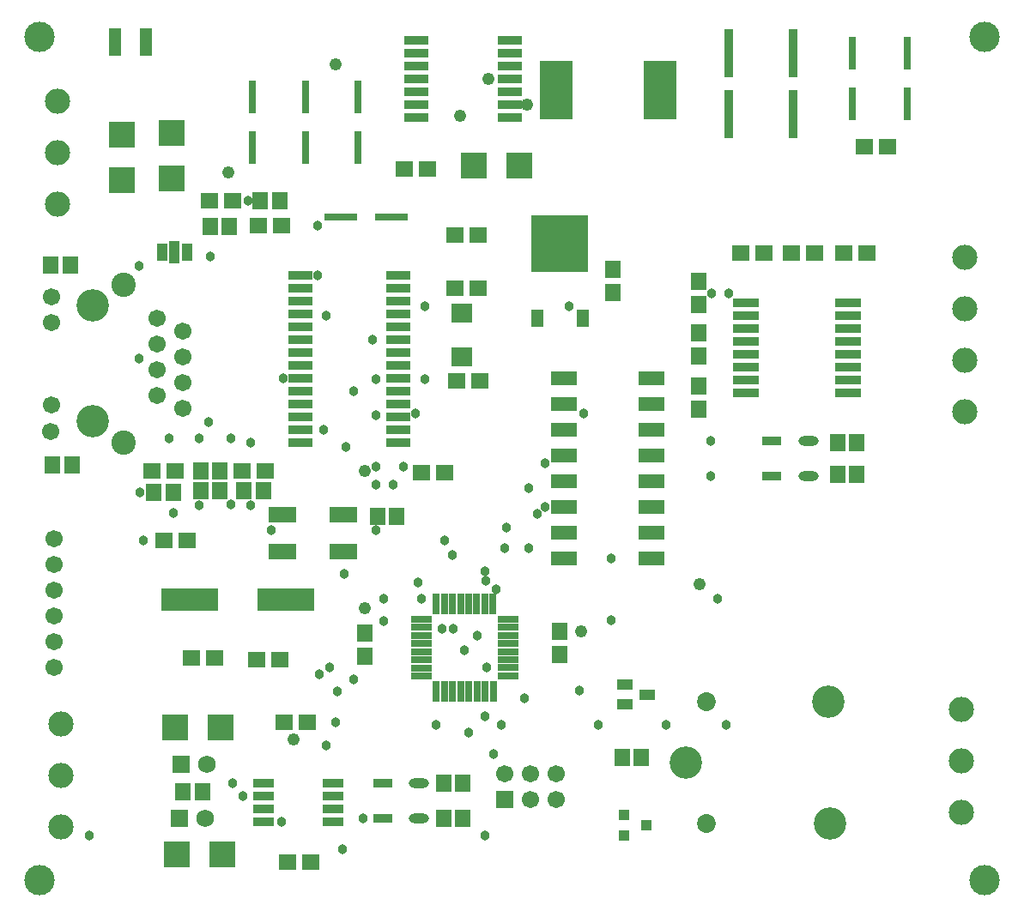
<source format=gbr>
G04 DipTrace 2.1.0.5*
%INTopMask.gbr*%
%MOIN*%
%ADD10C,0.0098*%
%ADD11C,0.0055*%
%ADD12C,0.003*%
%ADD13C,0.0173*%
%ADD14C,0.04*%
%ADD15C,0.017*%
%ADD16C,0.01*%
%ADD17C,0.013*%
%ADD18C,0.0236*%
%ADD19C,0.015*%
%ADD20C,0.08*%
%ADD21R,0.0709X0.0669*%
%ADD22R,0.06X0.056*%
%ADD23R,0.056X0.06*%
%ADD24R,0.02X0.1181*%
%ADD25R,0.0295X0.1772*%
%ADD26R,0.1181X0.02*%
%ADD27R,0.0512X0.0335*%
%ADD28R,0.0906X0.0906*%
%ADD29R,0.07X0.03*%
%ADD30O,0.07X0.03*%
%ADD31C,0.09*%
%ADD32R,0.0394X0.0984*%
%ADD33C,0.0187*%
%ADD34R,0.0709X0.0197*%
%ADD35R,0.0197X0.0709*%
%ADD36R,0.059X0.059*%
%ADD37C,0.059*%
%ADD38R,0.0961X0.0445*%
%ADD39R,0.06X0.06*%
%ADD40C,0.06*%
%ADD41R,0.118X0.217*%
%ADD42R,0.1024X0.0551*%
%ADD43R,0.032X0.032*%
%ADD44R,0.0512X0.0591*%
%ADD45C,0.065*%
%ADD46C,0.118*%
%ADD47C,0.059*%
%ADD48R,0.0866X0.0236*%
%ADD49R,0.0925X0.0236*%
%ADD50R,0.0768X0.0236*%
%ADD51R,0.0394X0.063*%
%ADD52R,0.2165X0.2126*%
%ADD53R,0.2165X0.0787*%
%ADD54C,0.0866*%
%ADD55R,0.0315X0.0591*%
%ADD56R,0.0315X0.0787*%
%ADD57C,0.03*%
%ADD58C,0.02*%
%ADD59C,0.126*%
%ADD60C,0.118*%
%ADD61C,0.05*%
%ADD62C,0.035*%
%ADD63C,0.063*%
%ADD64C,0.008*%
%ADD65C,0.038*%
%ADD66C,0.022*%
%ADD67C,0.048*%
%ADD68C,0.032*%
%ADD69R,0.0395X0.0868*%
%ADD70R,0.0235X0.0707*%
%ADD71R,0.0395X0.0671*%
%ADD72R,0.0235X0.051*%
%ADD73C,0.0946*%
%ADD74C,0.0786*%
%ADD75R,0.2246X0.0868*%
%ADD76R,0.2085X0.0707*%
%ADD77R,0.2246X0.2206*%
%ADD78R,0.2085X0.2046*%
%ADD79R,0.0474X0.071*%
%ADD80R,0.0313X0.055*%
%ADD81R,0.0848X0.0317*%
%ADD82R,0.0687X0.0156*%
%ADD83R,0.1006X0.0317*%
%ADD84R,0.0845X0.0156*%
%ADD85R,0.0946X0.0317*%
%ADD86R,0.0786X0.0156*%
%ADD87C,0.067*%
%ADD88C,0.051*%
%ADD89C,0.126*%
%ADD90C,0.11*%
%ADD91C,0.073*%
%ADD92C,0.057*%
%ADD93R,0.0592X0.0671*%
%ADD94R,0.0431X0.051*%
%ADD95R,0.04X0.04*%
%ADD96R,0.024X0.024*%
%ADD97R,0.1104X0.0631*%
%ADD98R,0.0943X0.0471*%
%ADD99R,0.126X0.225*%
%ADD100R,0.11X0.209*%
%ADD101C,0.068*%
%ADD102C,0.052*%
%ADD103R,0.068X0.068*%
%ADD104R,0.052X0.052*%
%ADD105R,0.1041X0.0525*%
%ADD106R,0.088X0.0365*%
%ADD107C,0.067*%
%ADD108C,0.051*%
%ADD109R,0.067X0.067*%
%ADD110R,0.051X0.051*%
%ADD111R,0.0277X0.0789*%
%ADD112R,0.0117X0.0628*%
%ADD113R,0.0789X0.0277*%
%ADD114R,0.0628X0.0117*%
%ADD115R,0.0474X0.1065*%
%ADD116R,0.0313X0.0904*%
%ADD117C,0.098*%
%ADD118C,0.082*%
%ADD119O,0.078X0.038*%
%ADD120O,0.062X0.022*%
%ADD121R,0.078X0.038*%
%ADD122R,0.062X0.022*%
%ADD123R,0.0986X0.0986*%
%ADD124R,0.0825X0.0825*%
%ADD125R,0.0592X0.0415*%
%ADD126R,0.0431X0.0254*%
%ADD127R,0.1261X0.028*%
%ADD128R,0.1101X0.012*%
%ADD129R,0.0376X0.1852*%
%ADD130R,0.0215X0.1691*%
%ADD131R,0.028X0.1261*%
%ADD132R,0.012X0.1101*%
%ADD133R,0.064X0.068*%
%ADD134R,0.048X0.052*%
%ADD135R,0.068X0.064*%
%ADD136R,0.052X0.048*%
%ADD137R,0.0789X0.075*%
%ADD138R,0.0628X0.0589*%
%ADD139C,0.0093*%
%ADD140C,0.0154*%
%ADD141C,0.0124*%
%FSLAX44Y44*%
%SFA1B1*%
%OFA0B0*%
G04*
G70*
G90*
G75*
G01*
%LNTopMask*%
%LPD*%
D65*
X18295Y10813D3*
X14685Y11384D3*
Y12244D3*
X5197Y16377D3*
X10776Y20815D3*
X17346Y13922D3*
X13509Y20315D3*
X17814Y10251D3*
X14369Y16682D3*
X15052D3*
X10316Y14914D3*
X5343Y14501D3*
X14369Y14914D3*
D67*
X12814Y33003D3*
D65*
X13192Y18126D3*
X16281Y20782D3*
X21869Y23609D3*
X16260Y23610D3*
X14369Y20782D3*
X6501Y15564D3*
X13126Y13189D3*
X14254Y22315D3*
X18689Y9564D3*
X20124Y8370D3*
X23495Y11394D3*
Y13814D3*
X20307Y14214D3*
X19365D3*
X19048Y12617D3*
X20940Y15814D3*
X18653Y12933D3*
X20624Y15545D3*
X18607Y13313D3*
X20940Y17502D3*
X19447Y15009D3*
X20307Y16545D3*
X22439Y19447D3*
X27969Y7344D3*
X25632D3*
X22998D3*
X19242D3*
X16719D3*
X18613Y3039D3*
X27652Y12254D3*
X6337Y18473D3*
X17980Y7028D3*
D67*
X11179Y6771D3*
X20224Y31441D3*
X18744Y32441D3*
D65*
X12814Y7438D3*
X13064Y2500D3*
D67*
X26940Y12814D3*
X22352Y10964D3*
X13939Y17189D3*
Y11876D3*
X17627Y31003D3*
X8626Y28816D3*
D65*
X5172Y21558D3*
X7492Y18473D3*
Y15879D3*
X18925Y6216D3*
X18609Y7661D3*
X7872Y19106D3*
X27409Y24101D3*
X28061D3*
X12876Y8626D3*
X12189Y9313D3*
X12564Y9564D3*
X13500Y9120D3*
X9505Y18315D3*
Y15879D3*
X12102Y26735D3*
Y24815D3*
X5186Y25169D3*
X12355Y18815D3*
X8734Y18473D3*
Y15914D3*
X8818Y5063D3*
X17377Y11064D3*
X12442Y6527D3*
X22274Y8687D3*
X12439Y23252D3*
X27370Y18377D3*
X15997Y12877D3*
X16127Y12244D3*
X27370Y17002D3*
X15901Y19447D3*
X9390Y27690D3*
X14369Y19384D3*
X7938Y25545D3*
X16939Y11064D3*
X9197Y4563D3*
X3254Y3034D3*
X17029Y14492D3*
X15432Y17378D3*
X14369D3*
X13879Y3688D3*
X10701Y3563D3*
D137*
X17712Y21644D3*
Y23337D3*
D135*
X10939Y2000D3*
X11839D3*
X32524Y25682D3*
X33424D3*
D133*
X13939Y10001D3*
Y10901D3*
D135*
X7218Y9940D3*
X8118D3*
X31399Y25682D3*
X30499D3*
D133*
X26899Y24557D3*
Y23657D3*
Y22557D3*
Y21657D3*
Y19619D3*
Y20519D3*
D135*
X28524Y25682D3*
X29424D3*
D133*
X21502Y10064D3*
Y10964D3*
D135*
X6126Y14501D3*
X7026D3*
X10814Y7438D3*
X11714D3*
D131*
X13689Y31753D3*
Y29785D3*
D135*
X16377Y28941D3*
X15477D3*
D129*
X28065Y33441D3*
Y31079D3*
D135*
X34254Y29816D3*
X33354D3*
X10656Y9878D3*
X9756D3*
D129*
X30566Y33441D3*
Y31079D3*
D131*
X32878Y33441D3*
Y31473D3*
X11626Y31753D3*
Y29785D3*
X9564Y31753D3*
Y29785D3*
X35004Y33441D3*
Y31473D3*
D135*
X17502Y20690D3*
X18402D3*
X17439Y24315D3*
X18339D3*
X9814Y26753D3*
X10714D3*
X9188Y17189D3*
X10088D3*
X16127Y17127D3*
X17027D3*
X17439Y26378D3*
X18339D3*
D127*
X13001Y27065D3*
X14970D3*
D133*
X23565Y24128D3*
Y25028D3*
D125*
X24054Y8889D3*
Y8141D3*
X24920Y8515D3*
D123*
X6438Y28565D3*
Y30337D3*
D121*
X29753Y18377D3*
D119*
X31173D3*
D121*
X29753Y17002D3*
D119*
X31173D3*
D121*
X14627Y5062D3*
D119*
X16046D3*
D123*
X19940Y29066D3*
X18168D3*
D121*
X14627Y3688D3*
D119*
X16046D3*
D117*
X37254Y25503D3*
Y23503D3*
Y21503D3*
Y19503D3*
D115*
X4250Y33879D3*
X5432D3*
D113*
X16127Y11439D3*
Y11124D3*
Y10809D3*
Y10494D3*
Y10179D3*
Y9864D3*
Y9549D3*
Y9234D3*
D111*
X16720Y8647D3*
X17035D3*
X17350D3*
X17665D3*
X17980D3*
X18295D3*
X18610D3*
X18925D3*
D113*
X19513Y9240D3*
Y9555D3*
Y9870D3*
Y10185D3*
Y10500D3*
Y10815D3*
Y11130D3*
Y11445D3*
D111*
X18919Y12032D3*
X18604D3*
X18289D3*
X17974D3*
X17659D3*
X17344D3*
X17029D3*
X16714D3*
D117*
X2125Y7376D3*
Y5376D3*
Y3376D3*
X37118Y3951D3*
Y5951D3*
Y7951D3*
D109*
X19377Y4438D3*
D107*
Y5438D3*
X20377Y4438D3*
Y5438D3*
X21377Y4438D3*
Y5438D3*
D105*
X25065Y13814D3*
X21679D3*
X25065Y14814D3*
X21679D3*
X25065Y15814D3*
X21679D3*
X25065Y16814D3*
X21679D3*
X25065Y17814D3*
X21679D3*
X25065Y18814D3*
X21679D3*
X25065Y19814D3*
X21679D3*
X25065Y20814D3*
X21679D3*
D103*
X6813Y5813D3*
D101*
X7813D3*
D103*
X6751Y3688D3*
D101*
X7751D3*
D99*
X21377Y32003D3*
X25415D3*
D97*
X10751Y15502D3*
Y14084D3*
X13113D3*
Y15502D3*
D95*
X23992Y3826D3*
Y3026D3*
X24862Y3426D3*
D93*
X14439Y15439D3*
X15187D3*
X9251Y16439D3*
X9999D3*
D91*
X27191Y3500D3*
Y8225D3*
D89*
X31994Y3500D3*
X31954Y8225D3*
X26403Y5863D3*
D93*
X6876Y4750D3*
X7624D3*
X23929Y6076D3*
X24677D3*
X32298Y17064D3*
X33046D3*
X32298Y18314D3*
X33046D3*
X17003Y5064D3*
X17751D3*
X17003Y3688D3*
X17751D3*
X5750Y16377D3*
X6499D3*
D117*
X2000Y31566D3*
Y29566D3*
Y27566D3*
D87*
X1875Y14564D3*
Y13564D3*
Y12564D3*
Y11564D3*
Y10564D3*
Y9564D3*
D123*
X6626Y2313D3*
X8397D3*
X6563Y7251D3*
X8335D3*
X4500Y28503D3*
Y30275D3*
D85*
X15939Y33941D3*
Y33441D3*
Y32941D3*
Y32441D3*
Y31941D3*
Y31441D3*
Y30941D3*
X19561D3*
Y31441D3*
Y31941D3*
Y32441D3*
Y32941D3*
Y33441D3*
Y33941D3*
D83*
X28753Y23752D3*
Y23252D3*
Y22752D3*
Y22252D3*
Y21752D3*
Y21252D3*
Y20752D3*
Y20252D3*
X32710D3*
Y20752D3*
Y21252D3*
Y21752D3*
Y22252D3*
Y22752D3*
Y23252D3*
Y23752D3*
D81*
X10001Y5063D3*
Y4563D3*
Y4063D3*
Y3563D3*
X12698D3*
Y4063D3*
Y4563D3*
Y5063D3*
D85*
X11439Y24815D3*
Y24315D3*
Y23815D3*
Y23315D3*
Y22815D3*
Y22315D3*
Y21815D3*
Y21315D3*
Y20815D3*
Y20315D3*
Y19815D3*
Y19315D3*
Y18815D3*
Y18315D3*
X15238D3*
Y18815D3*
Y19315D3*
Y19815D3*
Y20315D3*
Y20815D3*
Y21315D3*
Y21815D3*
Y22315D3*
Y22815D3*
Y23315D3*
Y23815D3*
Y24315D3*
Y24815D3*
D79*
X20627Y23127D3*
X22399D3*
D77*
X21513Y26041D3*
D75*
X7126Y12189D3*
X10866D3*
D87*
X5876Y23127D3*
X6876Y22627D3*
X5876Y22127D3*
X6876Y21627D3*
X5876Y21127D3*
X6876Y20627D3*
X5876Y20127D3*
X6876Y19627D3*
X1763Y23982D3*
X1769Y22982D3*
Y19761D3*
X1750Y18753D3*
D73*
X4586Y24431D3*
X4572Y18318D3*
D59*
X3376Y23627D3*
Y19127D3*
D71*
X7023Y25690D3*
D69*
X6551D3*
D71*
X6078D3*
D93*
X9876Y27690D3*
X10624D3*
X7938Y26690D3*
X8686D3*
X1750Y25190D3*
X2498D3*
X1813Y17439D3*
X2561D3*
X7563Y17189D3*
X8311D3*
X7563Y16439D3*
X8311D3*
D135*
X6563Y17189D3*
X5663D3*
X8813Y27690D3*
X7913D3*
D60*
X1313Y1313D3*
X38004Y34066D3*
X38000Y1310D3*
X1310Y34070D3*
M02*

</source>
